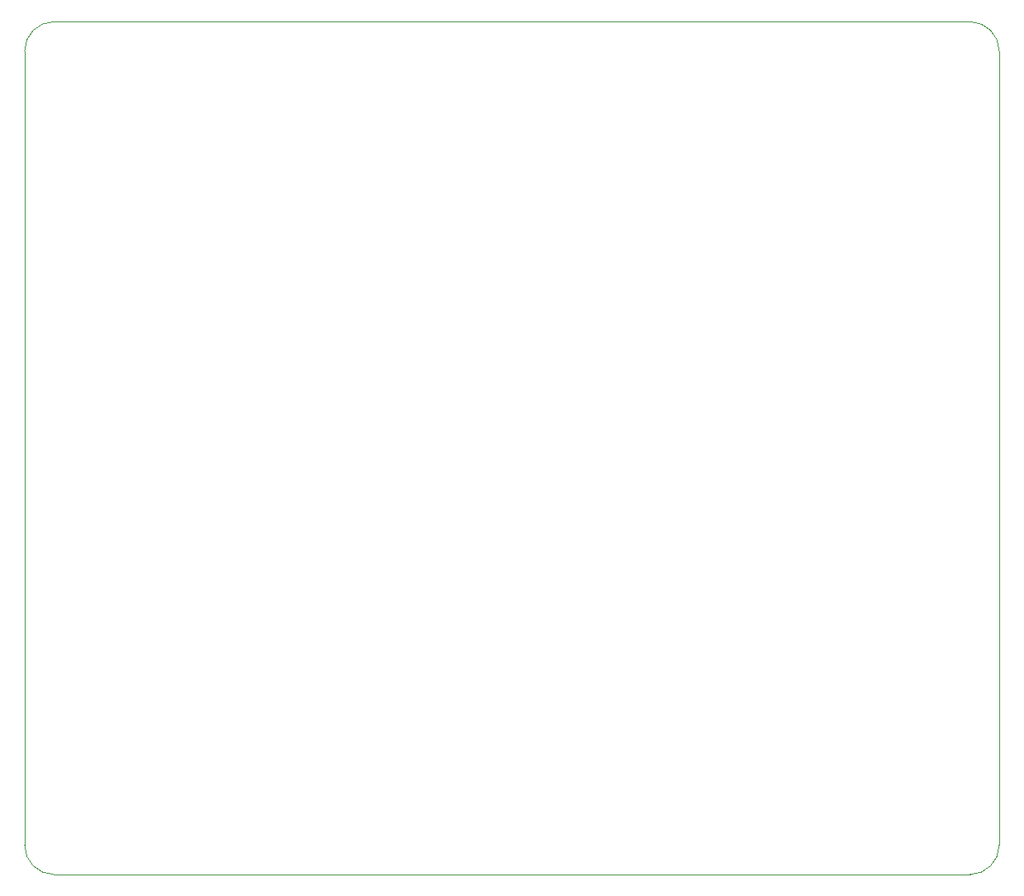
<source format=gbr>
%TF.GenerationSoftware,KiCad,Pcbnew,9.0.2*%
%TF.CreationDate,2025-07-13T13:24:00+03:30*%
%TF.ProjectId,paralleled-full-bridge,70617261-6c6c-4656-9c65-642d66756c6c,rev?*%
%TF.SameCoordinates,Original*%
%TF.FileFunction,Profile,NP*%
%FSLAX46Y46*%
G04 Gerber Fmt 4.6, Leading zero omitted, Abs format (unit mm)*
G04 Created by KiCad (PCBNEW 9.0.2) date 2025-07-13 13:24:00*
%MOMM*%
%LPD*%
G01*
G04 APERTURE LIST*
%TA.AperFunction,Profile*%
%ADD10C,0.050000*%
%TD*%
G04 APERTURE END LIST*
D10*
X15000000Y-99500000D02*
G75*
G02*
X12000000Y-96500000I0J3000000D01*
G01*
X112000000Y-96500000D02*
G75*
G02*
X109000000Y-99500000I-3000000J0D01*
G01*
X12000000Y-96500000D02*
X12000000Y-15000000D01*
X109000000Y-12000000D02*
G75*
G02*
X112000000Y-15000000I0J-3000000D01*
G01*
X12000000Y-15000000D02*
G75*
G02*
X15000000Y-12000000I3000000J0D01*
G01*
X15000000Y-12000000D02*
X109000000Y-12000000D01*
X112000000Y-15000000D02*
X112000000Y-96500000D01*
X109000000Y-99500000D02*
X15000000Y-99500000D01*
M02*

</source>
